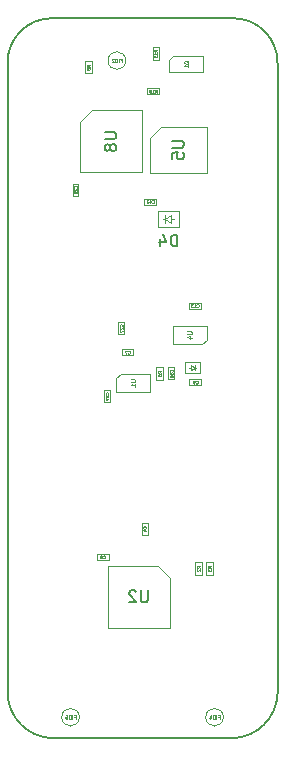
<source format=gbr>
G04 #@! TF.GenerationSoftware,KiCad,Pcbnew,(6.0.5)*
G04 #@! TF.CreationDate,2022-12-13T18:03:46-08:00*
G04 #@! TF.ProjectId,pico-ice,7069636f-2d69-4636-952e-6b696361645f,REV1*
G04 #@! TF.SameCoordinates,Original*
G04 #@! TF.FileFunction,AssemblyDrawing,Bot*
%FSLAX46Y46*%
G04 Gerber Fmt 4.6, Leading zero omitted, Abs format (unit mm)*
G04 Created by KiCad (PCBNEW (6.0.5)) date 2022-12-13 18:03:46*
%MOMM*%
%LPD*%
G01*
G04 APERTURE LIST*
%ADD10C,0.127000*%
%ADD11C,0.040000*%
%ADD12C,0.050000*%
%ADD13C,0.150000*%
%ADD14C,0.060000*%
%ADD15C,0.100000*%
G04 APERTURE END LIST*
D10*
X83820000Y-77470000D02*
X83820000Y-130810000D01*
X64770000Y-73660000D02*
X80010000Y-73660000D01*
X80010000Y-134620000D02*
G75*
G03*
X83820000Y-130810000I-109500J3919500D01*
G01*
X60960000Y-130810000D02*
X60960000Y-77470000D01*
X80010000Y-134620000D02*
X64770000Y-134620000D01*
X83820000Y-77470000D02*
G75*
G03*
X80010000Y-73660000I-3754300J55700D01*
G01*
X60960000Y-130810000D02*
G75*
G03*
X64770000Y-134620000I3919500J109500D01*
G01*
X64770000Y-73660000D02*
G75*
G03*
X60960000Y-77470000I-55700J-3754300D01*
G01*
D11*
X78171819Y-120198266D02*
X78048009Y-120111600D01*
X78171819Y-120049695D02*
X77911819Y-120049695D01*
X77911819Y-120148742D01*
X77924200Y-120173504D01*
X77936580Y-120185885D01*
X77961342Y-120198266D01*
X77998485Y-120198266D01*
X78023247Y-120185885D01*
X78035628Y-120173504D01*
X78048009Y-120148742D01*
X78048009Y-120049695D01*
X77911819Y-120284933D02*
X77911819Y-120445885D01*
X78010866Y-120359219D01*
X78010866Y-120396361D01*
X78023247Y-120421123D01*
X78035628Y-120433504D01*
X78060390Y-120445885D01*
X78122295Y-120445885D01*
X78147057Y-120433504D01*
X78159438Y-120421123D01*
X78171819Y-120396361D01*
X78171819Y-120322076D01*
X78159438Y-120297314D01*
X78147057Y-120284933D01*
X66800003Y-88010756D02*
X66811908Y-87998851D01*
X66823813Y-87963137D01*
X66823813Y-87939328D01*
X66811908Y-87903613D01*
X66788098Y-87879804D01*
X66764289Y-87867899D01*
X66716670Y-87855994D01*
X66680956Y-87855994D01*
X66633337Y-87867899D01*
X66609527Y-87879804D01*
X66585718Y-87903613D01*
X66573813Y-87939328D01*
X66573813Y-87963137D01*
X66585718Y-87998851D01*
X66597622Y-88010756D01*
X66597622Y-88105994D02*
X66585718Y-88117899D01*
X66573813Y-88141709D01*
X66573813Y-88201232D01*
X66585718Y-88225042D01*
X66597622Y-88236947D01*
X66621432Y-88248851D01*
X66645241Y-88248851D01*
X66680956Y-88236947D01*
X66823813Y-88094090D01*
X66823813Y-88248851D01*
X66573813Y-88463137D02*
X66573813Y-88415518D01*
X66585718Y-88391709D01*
X66597622Y-88379804D01*
X66633337Y-88355994D01*
X66680956Y-88344090D01*
X66776194Y-88344090D01*
X66800003Y-88355994D01*
X66811908Y-88367899D01*
X66823813Y-88391709D01*
X66823813Y-88439328D01*
X66811908Y-88463137D01*
X66800003Y-88475042D01*
X66776194Y-88486947D01*
X66716670Y-88486947D01*
X66692860Y-88475042D01*
X66680956Y-88463137D01*
X66669051Y-88439328D01*
X66669051Y-88391709D01*
X66680956Y-88367899D01*
X66692860Y-88355994D01*
X66716670Y-88344090D01*
D12*
X70537346Y-77228042D02*
X70637346Y-77228042D01*
X70637346Y-77385185D02*
X70637346Y-77085185D01*
X70494489Y-77085185D01*
X70380203Y-77385185D02*
X70380203Y-77085185D01*
X70237346Y-77385185D02*
X70237346Y-77085185D01*
X70165918Y-77085185D01*
X70123060Y-77099471D01*
X70094489Y-77128042D01*
X70080203Y-77156613D01*
X70065918Y-77213756D01*
X70065918Y-77256613D01*
X70080203Y-77313756D01*
X70094489Y-77342328D01*
X70123060Y-77370899D01*
X70165918Y-77385185D01*
X70237346Y-77385185D01*
X69951632Y-77113756D02*
X69937346Y-77099471D01*
X69908775Y-77085185D01*
X69837346Y-77085185D01*
X69808775Y-77099471D01*
X69794489Y-77113756D01*
X69780203Y-77142328D01*
X69780203Y-77170899D01*
X69794489Y-77213756D01*
X69965918Y-77385185D01*
X69780203Y-77385185D01*
D13*
X75337895Y-92980380D02*
X75337895Y-91980380D01*
X75099800Y-91980380D01*
X74956942Y-92028000D01*
X74861704Y-92123238D01*
X74814085Y-92218476D01*
X74766466Y-92408952D01*
X74766466Y-92551809D01*
X74814085Y-92742285D01*
X74861704Y-92837523D01*
X74956942Y-92932761D01*
X75099800Y-92980380D01*
X75337895Y-92980380D01*
X73909323Y-92313714D02*
X73909323Y-92980380D01*
X74147419Y-91932761D02*
X74385514Y-92647047D01*
X73766466Y-92647047D01*
D11*
X73456454Y-79957896D02*
X73543121Y-79834086D01*
X73605026Y-79957896D02*
X73605026Y-79697896D01*
X73505978Y-79697896D01*
X73481216Y-79710277D01*
X73468835Y-79722657D01*
X73456454Y-79747419D01*
X73456454Y-79784562D01*
X73468835Y-79809324D01*
X73481216Y-79821705D01*
X73505978Y-79834086D01*
X73605026Y-79834086D01*
X73208835Y-79957896D02*
X73357407Y-79957896D01*
X73283121Y-79957896D02*
X73283121Y-79697896D01*
X73307883Y-79735038D01*
X73332645Y-79759800D01*
X73357407Y-79772181D01*
X72973597Y-79697896D02*
X73097407Y-79697896D01*
X73109788Y-79821705D01*
X73097407Y-79809324D01*
X73072645Y-79796943D01*
X73010740Y-79796943D01*
X72985978Y-79809324D01*
X72973597Y-79821705D01*
X72961216Y-79846467D01*
X72961216Y-79908372D01*
X72973597Y-79933134D01*
X72985978Y-79945515D01*
X73010740Y-79957896D01*
X73072645Y-79957896D01*
X73097407Y-79945515D01*
X73109788Y-79933134D01*
X72657085Y-116849133D02*
X72668990Y-116837228D01*
X72680895Y-116801514D01*
X72680895Y-116777704D01*
X72668990Y-116741990D01*
X72645180Y-116718180D01*
X72621371Y-116706276D01*
X72573752Y-116694371D01*
X72538038Y-116694371D01*
X72490419Y-116706276D01*
X72466609Y-116718180D01*
X72442800Y-116741990D01*
X72430895Y-116777704D01*
X72430895Y-116801514D01*
X72442800Y-116837228D01*
X72454704Y-116849133D01*
X72514228Y-117063419D02*
X72680895Y-117063419D01*
X72418990Y-117003895D02*
X72597561Y-116944371D01*
X72597561Y-117099133D01*
X76902066Y-104584885D02*
X76913971Y-104596790D01*
X76949685Y-104608695D01*
X76973495Y-104608695D01*
X77009209Y-104596790D01*
X77033019Y-104572980D01*
X77044923Y-104549171D01*
X77056828Y-104501552D01*
X77056828Y-104465838D01*
X77044923Y-104418219D01*
X77033019Y-104394409D01*
X77009209Y-104370600D01*
X76973495Y-104358695D01*
X76949685Y-104358695D01*
X76913971Y-104370600D01*
X76902066Y-104382504D01*
X76783019Y-104608695D02*
X76735400Y-104608695D01*
X76711590Y-104596790D01*
X76699685Y-104584885D01*
X76675876Y-104549171D01*
X76663971Y-104501552D01*
X76663971Y-104406314D01*
X76675876Y-104382504D01*
X76687780Y-104370600D01*
X76711590Y-104358695D01*
X76759209Y-104358695D01*
X76783019Y-104370600D01*
X76794923Y-104382504D01*
X76806828Y-104406314D01*
X76806828Y-104465838D01*
X76794923Y-104489647D01*
X76783019Y-104501552D01*
X76759209Y-104513457D01*
X76711590Y-104513457D01*
X76687780Y-104501552D01*
X76675876Y-104489647D01*
X76663971Y-104465838D01*
X74917685Y-103572885D02*
X74929590Y-103560980D01*
X74941495Y-103525266D01*
X74941495Y-103501457D01*
X74929590Y-103465742D01*
X74905780Y-103441933D01*
X74881971Y-103430028D01*
X74834352Y-103418123D01*
X74798638Y-103418123D01*
X74751019Y-103430028D01*
X74727209Y-103441933D01*
X74703400Y-103465742D01*
X74691495Y-103501457D01*
X74691495Y-103525266D01*
X74703400Y-103560980D01*
X74715304Y-103572885D01*
X74691495Y-103656219D02*
X74691495Y-103810980D01*
X74786733Y-103727647D01*
X74786733Y-103763361D01*
X74798638Y-103787171D01*
X74810542Y-103799076D01*
X74834352Y-103810980D01*
X74893876Y-103810980D01*
X74917685Y-103799076D01*
X74929590Y-103787171D01*
X74941495Y-103763361D01*
X74941495Y-103691933D01*
X74929590Y-103668123D01*
X74917685Y-103656219D01*
X74691495Y-104025266D02*
X74691495Y-103977647D01*
X74703400Y-103953838D01*
X74715304Y-103941933D01*
X74751019Y-103918123D01*
X74798638Y-103906219D01*
X74893876Y-103906219D01*
X74917685Y-103918123D01*
X74929590Y-103930028D01*
X74941495Y-103953838D01*
X74941495Y-104001457D01*
X74929590Y-104025266D01*
X74917685Y-104037171D01*
X74893876Y-104049076D01*
X74834352Y-104049076D01*
X74810542Y-104037171D01*
X74798638Y-104025266D01*
X74786733Y-104001457D01*
X74786733Y-103953838D01*
X74798638Y-103930028D01*
X74810542Y-103918123D01*
X74834352Y-103906219D01*
X71161666Y-102044885D02*
X71173571Y-102056790D01*
X71209285Y-102068695D01*
X71233095Y-102068695D01*
X71268809Y-102056790D01*
X71292619Y-102032980D01*
X71304523Y-102009171D01*
X71316428Y-101961552D01*
X71316428Y-101925838D01*
X71304523Y-101878219D01*
X71292619Y-101854409D01*
X71268809Y-101830600D01*
X71233095Y-101818695D01*
X71209285Y-101818695D01*
X71173571Y-101830600D01*
X71161666Y-101842504D01*
X71078333Y-101818695D02*
X70911666Y-101818695D01*
X71018809Y-102068695D01*
D13*
X69175380Y-83312095D02*
X69984904Y-83312095D01*
X70080142Y-83359714D01*
X70127761Y-83407333D01*
X70175380Y-83502571D01*
X70175380Y-83693047D01*
X70127761Y-83788285D01*
X70080142Y-83835904D01*
X69984904Y-83883523D01*
X69175380Y-83883523D01*
X69603952Y-84502571D02*
X69556333Y-84407333D01*
X69508714Y-84359714D01*
X69413476Y-84312095D01*
X69365857Y-84312095D01*
X69270619Y-84359714D01*
X69223000Y-84407333D01*
X69175380Y-84502571D01*
X69175380Y-84693047D01*
X69223000Y-84788285D01*
X69270619Y-84835904D01*
X69365857Y-84883523D01*
X69413476Y-84883523D01*
X69508714Y-84835904D01*
X69556333Y-84788285D01*
X69603952Y-84693047D01*
X69603952Y-84502571D01*
X69651571Y-84407333D01*
X69699190Y-84359714D01*
X69794428Y-84312095D01*
X69984904Y-84312095D01*
X70080142Y-84359714D01*
X70127761Y-84407333D01*
X70175380Y-84502571D01*
X70175380Y-84693047D01*
X70127761Y-84788285D01*
X70080142Y-84835904D01*
X69984904Y-84883523D01*
X69794428Y-84883523D01*
X69699190Y-84835904D01*
X69651571Y-84788285D01*
X69603952Y-84693047D01*
X72821704Y-122108980D02*
X72821704Y-122918504D01*
X72774085Y-123013742D01*
X72726466Y-123061361D01*
X72631228Y-123108980D01*
X72440752Y-123108980D01*
X72345514Y-123061361D01*
X72297895Y-123013742D01*
X72250276Y-122918504D01*
X72250276Y-122108980D01*
X71821704Y-122204219D02*
X71774085Y-122156600D01*
X71678847Y-122108980D01*
X71440752Y-122108980D01*
X71345514Y-122156600D01*
X71297895Y-122204219D01*
X71250276Y-122299457D01*
X71250276Y-122394695D01*
X71297895Y-122537552D01*
X71869323Y-123108980D01*
X71250276Y-123108980D01*
D11*
X73211114Y-89294085D02*
X73223019Y-89305990D01*
X73258733Y-89317895D01*
X73282542Y-89317895D01*
X73318257Y-89305990D01*
X73342066Y-89282180D01*
X73353971Y-89258371D01*
X73365876Y-89210752D01*
X73365876Y-89175038D01*
X73353971Y-89127419D01*
X73342066Y-89103609D01*
X73318257Y-89079800D01*
X73282542Y-89067895D01*
X73258733Y-89067895D01*
X73223019Y-89079800D01*
X73211114Y-89091704D01*
X72996828Y-89151228D02*
X72996828Y-89317895D01*
X73056352Y-89055990D02*
X73115876Y-89234561D01*
X72961114Y-89234561D01*
X72877780Y-89091704D02*
X72865876Y-89079800D01*
X72842066Y-89067895D01*
X72782542Y-89067895D01*
X72758733Y-89079800D01*
X72746828Y-89091704D01*
X72734923Y-89115514D01*
X72734923Y-89139323D01*
X72746828Y-89175038D01*
X72889685Y-89317895D01*
X72734923Y-89317895D01*
X70675885Y-99737485D02*
X70687790Y-99725580D01*
X70699695Y-99689866D01*
X70699695Y-99666057D01*
X70687790Y-99630342D01*
X70663980Y-99606533D01*
X70640171Y-99594628D01*
X70592552Y-99582723D01*
X70556838Y-99582723D01*
X70509219Y-99594628D01*
X70485409Y-99606533D01*
X70461600Y-99630342D01*
X70449695Y-99666057D01*
X70449695Y-99689866D01*
X70461600Y-99725580D01*
X70473504Y-99737485D01*
X70473504Y-99832723D02*
X70461600Y-99844628D01*
X70449695Y-99868438D01*
X70449695Y-99927961D01*
X70461600Y-99951771D01*
X70473504Y-99963676D01*
X70497314Y-99975580D01*
X70521123Y-99975580D01*
X70556838Y-99963676D01*
X70699695Y-99820819D01*
X70699695Y-99975580D01*
X70449695Y-100058914D02*
X70449695Y-100225580D01*
X70699695Y-100118438D01*
X76995714Y-98082485D02*
X77007619Y-98094390D01*
X77043333Y-98106295D01*
X77067142Y-98106295D01*
X77102857Y-98094390D01*
X77126666Y-98070580D01*
X77138571Y-98046771D01*
X77150476Y-97999152D01*
X77150476Y-97963438D01*
X77138571Y-97915819D01*
X77126666Y-97892009D01*
X77102857Y-97868200D01*
X77067142Y-97856295D01*
X77043333Y-97856295D01*
X77007619Y-97868200D01*
X76995714Y-97880104D01*
X76757619Y-98106295D02*
X76900476Y-98106295D01*
X76829047Y-98106295D02*
X76829047Y-97856295D01*
X76852857Y-97892009D01*
X76876666Y-97915819D01*
X76900476Y-97927723D01*
X76674285Y-97856295D02*
X76519523Y-97856295D01*
X76602857Y-97951533D01*
X76567142Y-97951533D01*
X76543333Y-97963438D01*
X76531428Y-97975342D01*
X76519523Y-97999152D01*
X76519523Y-98058676D01*
X76531428Y-98082485D01*
X76543333Y-98094390D01*
X76567142Y-98106295D01*
X76638571Y-98106295D01*
X76662380Y-98094390D01*
X76674285Y-98082485D01*
D13*
X74901333Y-84048333D02*
X75694666Y-84048333D01*
X75788000Y-84095000D01*
X75834666Y-84141666D01*
X75881333Y-84235000D01*
X75881333Y-84421666D01*
X75834666Y-84515000D01*
X75788000Y-84561666D01*
X75694666Y-84608333D01*
X74901333Y-84608333D01*
X74901333Y-85541666D02*
X74901333Y-85075000D01*
X75368000Y-85028333D01*
X75321333Y-85075000D01*
X75274666Y-85168333D01*
X75274666Y-85401666D01*
X75321333Y-85495000D01*
X75368000Y-85541666D01*
X75461333Y-85588333D01*
X75694666Y-85588333D01*
X75788000Y-85541666D01*
X75834666Y-85495000D01*
X75881333Y-85401666D01*
X75881333Y-85168333D01*
X75834666Y-85075000D01*
X75788000Y-85028333D01*
D11*
X67935619Y-77756866D02*
X67811809Y-77670200D01*
X67935619Y-77608295D02*
X67675619Y-77608295D01*
X67675619Y-77707342D01*
X67688000Y-77732104D01*
X67700380Y-77744485D01*
X67725142Y-77756866D01*
X67762285Y-77756866D01*
X67787047Y-77744485D01*
X67799428Y-77732104D01*
X67811809Y-77707342D01*
X67811809Y-77608295D01*
X67787047Y-77905438D02*
X67774666Y-77880676D01*
X67762285Y-77868295D01*
X67737523Y-77855914D01*
X67725142Y-77855914D01*
X67700380Y-77868295D01*
X67688000Y-77880676D01*
X67675619Y-77905438D01*
X67675619Y-77954961D01*
X67688000Y-77979723D01*
X67700380Y-77992104D01*
X67725142Y-78004485D01*
X67737523Y-78004485D01*
X67762285Y-77992104D01*
X67774666Y-77979723D01*
X67787047Y-77954961D01*
X67787047Y-77905438D01*
X67799428Y-77880676D01*
X67811809Y-77868295D01*
X67836571Y-77855914D01*
X67886095Y-77855914D01*
X67910857Y-77868295D01*
X67923238Y-77880676D01*
X67935619Y-77905438D01*
X67935619Y-77954961D01*
X67923238Y-77979723D01*
X67910857Y-77992104D01*
X67886095Y-78004485D01*
X67836571Y-78004485D01*
X67811809Y-77992104D01*
X67799428Y-77979723D01*
X67787047Y-77954961D01*
D12*
X66615428Y-132820571D02*
X66715428Y-132820571D01*
X66715428Y-132977714D02*
X66715428Y-132677714D01*
X66572571Y-132677714D01*
X66458285Y-132977714D02*
X66458285Y-132677714D01*
X66315428Y-132977714D02*
X66315428Y-132677714D01*
X66244000Y-132677714D01*
X66201142Y-132692000D01*
X66172571Y-132720571D01*
X66158285Y-132749142D01*
X66144000Y-132806285D01*
X66144000Y-132849142D01*
X66158285Y-132906285D01*
X66172571Y-132934857D01*
X66201142Y-132963428D01*
X66244000Y-132977714D01*
X66315428Y-132977714D01*
X65886857Y-132677714D02*
X65944000Y-132677714D01*
X65972571Y-132692000D01*
X65986857Y-132706285D01*
X66015428Y-132749142D01*
X66029714Y-132806285D01*
X66029714Y-132920571D01*
X66015428Y-132949142D01*
X66001142Y-132963428D01*
X65972571Y-132977714D01*
X65915428Y-132977714D01*
X65886857Y-132963428D01*
X65872571Y-132949142D01*
X65858285Y-132920571D01*
X65858285Y-132849142D01*
X65872571Y-132820571D01*
X65886857Y-132806285D01*
X65915428Y-132792000D01*
X65972571Y-132792000D01*
X66001142Y-132806285D01*
X66015428Y-132820571D01*
X66029714Y-132849142D01*
D14*
X76158752Y-100177638D02*
X76482561Y-100177638D01*
X76520657Y-100196685D01*
X76539704Y-100215733D01*
X76558752Y-100253828D01*
X76558752Y-100330019D01*
X76539704Y-100368114D01*
X76520657Y-100387161D01*
X76482561Y-100406209D01*
X76158752Y-100406209D01*
X76292085Y-100768114D02*
X76558752Y-100768114D01*
X76139704Y-100672876D02*
X76425419Y-100577638D01*
X76425419Y-100825257D01*
D12*
X78807428Y-132820571D02*
X78907428Y-132820571D01*
X78907428Y-132977714D02*
X78907428Y-132677714D01*
X78764571Y-132677714D01*
X78650285Y-132977714D02*
X78650285Y-132677714D01*
X78507428Y-132977714D02*
X78507428Y-132677714D01*
X78436000Y-132677714D01*
X78393142Y-132692000D01*
X78364571Y-132720571D01*
X78350285Y-132749142D01*
X78336000Y-132806285D01*
X78336000Y-132849142D01*
X78350285Y-132906285D01*
X78364571Y-132934857D01*
X78393142Y-132963428D01*
X78436000Y-132977714D01*
X78507428Y-132977714D01*
X78078857Y-132777714D02*
X78078857Y-132977714D01*
X78150285Y-132663428D02*
X78221714Y-132877714D01*
X78036000Y-132877714D01*
D11*
X73955419Y-103690266D02*
X73831609Y-103603600D01*
X73955419Y-103541695D02*
X73695419Y-103541695D01*
X73695419Y-103640742D01*
X73707800Y-103665504D01*
X73720180Y-103677885D01*
X73744942Y-103690266D01*
X73782085Y-103690266D01*
X73806847Y-103677885D01*
X73819228Y-103665504D01*
X73831609Y-103640742D01*
X73831609Y-103541695D01*
X73695419Y-103913123D02*
X73695419Y-103863600D01*
X73707800Y-103838838D01*
X73720180Y-103826457D01*
X73757323Y-103801695D01*
X73806847Y-103789314D01*
X73905895Y-103789314D01*
X73930657Y-103801695D01*
X73943038Y-103814076D01*
X73955419Y-103838838D01*
X73955419Y-103888361D01*
X73943038Y-103913123D01*
X73930657Y-103925504D01*
X73905895Y-103937885D01*
X73843990Y-103937885D01*
X73819228Y-103925504D01*
X73806847Y-103913123D01*
X73794466Y-103888361D01*
X73794466Y-103838838D01*
X73806847Y-103814076D01*
X73819228Y-103801695D01*
X73843990Y-103789314D01*
X77257419Y-120200266D02*
X77133609Y-120113600D01*
X77257419Y-120051695D02*
X76997419Y-120051695D01*
X76997419Y-120150742D01*
X77009800Y-120175504D01*
X77022180Y-120187885D01*
X77046942Y-120200266D01*
X77084085Y-120200266D01*
X77108847Y-120187885D01*
X77121228Y-120175504D01*
X77133609Y-120150742D01*
X77133609Y-120051695D01*
X77022180Y-120299314D02*
X77009800Y-120311695D01*
X76997419Y-120336457D01*
X76997419Y-120398361D01*
X77009800Y-120423123D01*
X77022180Y-120435504D01*
X77046942Y-120447885D01*
X77071704Y-120447885D01*
X77108847Y-120435504D01*
X77257419Y-120286933D01*
X77257419Y-120447885D01*
X69053466Y-119367685D02*
X69065371Y-119379590D01*
X69101085Y-119391495D01*
X69124895Y-119391495D01*
X69160609Y-119379590D01*
X69184419Y-119355780D01*
X69196323Y-119331971D01*
X69208228Y-119284352D01*
X69208228Y-119248638D01*
X69196323Y-119201019D01*
X69184419Y-119177209D01*
X69160609Y-119153400D01*
X69124895Y-119141495D01*
X69101085Y-119141495D01*
X69065371Y-119153400D01*
X69053466Y-119165304D01*
X68910609Y-119248638D02*
X68934419Y-119236733D01*
X68946323Y-119224828D01*
X68958228Y-119201019D01*
X68958228Y-119189114D01*
X68946323Y-119165304D01*
X68934419Y-119153400D01*
X68910609Y-119141495D01*
X68862990Y-119141495D01*
X68839180Y-119153400D01*
X68827276Y-119165304D01*
X68815371Y-119189114D01*
X68815371Y-119201019D01*
X68827276Y-119224828D01*
X68839180Y-119236733D01*
X68862990Y-119248638D01*
X68910609Y-119248638D01*
X68934419Y-119260542D01*
X68946323Y-119272447D01*
X68958228Y-119296257D01*
X68958228Y-119343876D01*
X68946323Y-119367685D01*
X68934419Y-119379590D01*
X68910609Y-119391495D01*
X68862990Y-119391495D01*
X68839180Y-119379590D01*
X68827276Y-119367685D01*
X68815371Y-119343876D01*
X68815371Y-119296257D01*
X68827276Y-119272447D01*
X68839180Y-119260542D01*
X68862990Y-119248638D01*
D12*
X76273638Y-77515723D02*
X76258400Y-77485247D01*
X76227923Y-77454771D01*
X76182209Y-77409057D01*
X76166971Y-77378580D01*
X76166971Y-77348104D01*
X76243161Y-77363342D02*
X76227923Y-77332866D01*
X76197447Y-77302390D01*
X76136495Y-77287152D01*
X76029828Y-77287152D01*
X75968876Y-77302390D01*
X75938400Y-77332866D01*
X75923161Y-77363342D01*
X75923161Y-77424295D01*
X75938400Y-77454771D01*
X75968876Y-77485247D01*
X76029828Y-77500485D01*
X76136495Y-77500485D01*
X76197447Y-77485247D01*
X76227923Y-77454771D01*
X76243161Y-77424295D01*
X76243161Y-77363342D01*
X76243161Y-77805247D02*
X76243161Y-77622390D01*
X76243161Y-77713819D02*
X75923161Y-77713819D01*
X75968876Y-77683342D01*
X75999352Y-77652866D01*
X76014590Y-77622390D01*
D14*
X71383552Y-104241638D02*
X71707361Y-104241638D01*
X71745457Y-104260685D01*
X71764504Y-104279733D01*
X71783552Y-104317828D01*
X71783552Y-104394019D01*
X71764504Y-104432114D01*
X71745457Y-104451161D01*
X71707361Y-104470209D01*
X71383552Y-104470209D01*
X71783552Y-104870209D02*
X71783552Y-104641638D01*
X71783552Y-104755923D02*
X71383552Y-104755923D01*
X71440695Y-104717828D01*
X71478790Y-104679733D01*
X71497838Y-104641638D01*
D11*
X69482085Y-105503285D02*
X69493990Y-105491380D01*
X69505895Y-105455666D01*
X69505895Y-105431857D01*
X69493990Y-105396142D01*
X69470180Y-105372333D01*
X69446371Y-105360428D01*
X69398752Y-105348523D01*
X69363038Y-105348523D01*
X69315419Y-105360428D01*
X69291609Y-105372333D01*
X69267800Y-105396142D01*
X69255895Y-105431857D01*
X69255895Y-105455666D01*
X69267800Y-105491380D01*
X69279704Y-105503285D01*
X69255895Y-105586619D02*
X69255895Y-105741380D01*
X69351133Y-105658047D01*
X69351133Y-105693761D01*
X69363038Y-105717571D01*
X69374942Y-105729476D01*
X69398752Y-105741380D01*
X69458276Y-105741380D01*
X69482085Y-105729476D01*
X69493990Y-105717571D01*
X69505895Y-105693761D01*
X69505895Y-105622333D01*
X69493990Y-105598523D01*
X69482085Y-105586619D01*
X69255895Y-105824714D02*
X69255895Y-105991380D01*
X69505895Y-105884238D01*
X73625219Y-76490057D02*
X73501409Y-76403390D01*
X73625219Y-76341485D02*
X73365219Y-76341485D01*
X73365219Y-76440533D01*
X73377600Y-76465295D01*
X73389980Y-76477676D01*
X73414742Y-76490057D01*
X73451885Y-76490057D01*
X73476647Y-76477676D01*
X73489028Y-76465295D01*
X73501409Y-76440533D01*
X73501409Y-76341485D01*
X73625219Y-76737676D02*
X73625219Y-76589104D01*
X73625219Y-76663390D02*
X73365219Y-76663390D01*
X73402361Y-76638628D01*
X73427123Y-76613866D01*
X73439504Y-76589104D01*
X73365219Y-76824342D02*
X73365219Y-76985295D01*
X73464266Y-76898628D01*
X73464266Y-76935771D01*
X73476647Y-76960533D01*
X73489028Y-76972914D01*
X73513790Y-76985295D01*
X73575695Y-76985295D01*
X73600457Y-76972914D01*
X73612838Y-76960533D01*
X73625219Y-76935771D01*
X73625219Y-76861485D01*
X73612838Y-76836723D01*
X73600457Y-76824342D01*
D15*
X78324200Y-120766600D02*
X78324200Y-119716600D01*
X78324200Y-119716600D02*
X77784200Y-119716600D01*
X77784200Y-119716600D02*
X77784200Y-120766600D01*
X77784200Y-120766600D02*
X78324200Y-120766600D01*
X66960718Y-88671471D02*
X66960718Y-87671471D01*
X66960718Y-87671471D02*
X66460718Y-87671471D01*
X66460718Y-87671471D02*
X66460718Y-88671471D01*
X66460718Y-88671471D02*
X66960718Y-88671471D01*
X70965918Y-77249471D02*
G75*
G03*
X70965918Y-77249471I-750000J0D01*
G01*
X74299800Y-91028000D02*
X74299800Y-90328000D01*
X74799800Y-90678000D02*
X75049800Y-90678000D01*
X75499800Y-91378000D02*
X75499800Y-89978000D01*
X74299800Y-90678000D02*
X74799800Y-91028000D01*
X74799800Y-91028000D02*
X74799800Y-90328000D01*
X74299800Y-90678000D02*
X74099800Y-90678000D01*
X73699800Y-91378000D02*
X75499800Y-91378000D01*
X73699800Y-89978000D02*
X73699800Y-91378000D01*
X74799800Y-90328000D02*
X74299800Y-90678000D01*
X75499800Y-89978000D02*
X73699800Y-89978000D01*
X73814312Y-80110277D02*
X73814312Y-79570277D01*
X72764312Y-79570277D02*
X72764312Y-80110277D01*
X73814312Y-79570277D02*
X72764312Y-79570277D01*
X72764312Y-80110277D02*
X73814312Y-80110277D01*
X72817800Y-116390800D02*
X72317800Y-116390800D01*
X72317800Y-117390800D02*
X72817800Y-117390800D01*
X72317800Y-116390800D02*
X72317800Y-117390800D01*
X72817800Y-117390800D02*
X72817800Y-116390800D01*
X77360400Y-104245600D02*
X76360400Y-104245600D01*
X76360400Y-104245600D02*
X76360400Y-104745600D01*
X77360400Y-104745600D02*
X77360400Y-104245600D01*
X76360400Y-104745600D02*
X77360400Y-104745600D01*
X75078400Y-103233600D02*
X74578400Y-103233600D01*
X74578400Y-103233600D02*
X74578400Y-104233600D01*
X75078400Y-104233600D02*
X75078400Y-103233600D01*
X74578400Y-104233600D02*
X75078400Y-104233600D01*
X70620000Y-101705600D02*
X70620000Y-102205600D01*
X70620000Y-102205600D02*
X71620000Y-102205600D01*
X71620000Y-101705600D02*
X70620000Y-101705600D01*
X71620000Y-102205600D02*
X71620000Y-101705600D01*
X67108000Y-86689000D02*
X72338000Y-86689000D01*
X68108000Y-81459000D02*
X67108000Y-82459000D01*
X72338000Y-86689000D02*
X72338000Y-81459000D01*
X72338000Y-81459000D02*
X68108000Y-81459000D01*
X67108000Y-82459000D02*
X67108000Y-86689000D01*
X69444800Y-125271600D02*
X74674800Y-125271600D01*
X73674800Y-120041600D02*
X69444800Y-120041600D01*
X74674800Y-121041600D02*
X73674800Y-120041600D01*
X74674800Y-125271600D02*
X74674800Y-121041600D01*
X69444800Y-120041600D02*
X69444800Y-125271600D01*
X73550400Y-88954800D02*
X72550400Y-88954800D01*
X73550400Y-89454800D02*
X73550400Y-88954800D01*
X72550400Y-88954800D02*
X72550400Y-89454800D01*
X72550400Y-89454800D02*
X73550400Y-89454800D01*
X70836600Y-99398200D02*
X70336600Y-99398200D01*
X70836600Y-100398200D02*
X70836600Y-99398200D01*
X70336600Y-100398200D02*
X70836600Y-100398200D01*
X70336600Y-99398200D02*
X70336600Y-100398200D01*
X77335000Y-98243200D02*
X77335000Y-97743200D01*
X76335000Y-98243200D02*
X77335000Y-98243200D01*
X76335000Y-97743200D02*
X76335000Y-98243200D01*
X77335000Y-97743200D02*
X76335000Y-97743200D01*
X72988000Y-86745000D02*
X77888000Y-86745000D01*
X77888000Y-82845000D02*
X73963000Y-82845000D01*
X77888000Y-86745000D02*
X77888000Y-82845000D01*
X72988000Y-83820000D02*
X72988000Y-86745000D01*
X73963000Y-82845000D02*
X72988000Y-83820000D01*
X68088000Y-77275200D02*
X67548000Y-77275200D01*
X67548000Y-77275200D02*
X67548000Y-78325200D01*
X67548000Y-78325200D02*
X68088000Y-78325200D01*
X68088000Y-78325200D02*
X68088000Y-77275200D01*
X67044000Y-132842000D02*
G75*
G03*
X67044000Y-132842000I-750000J0D01*
G01*
X77827800Y-100882400D02*
X77827800Y-99682400D01*
X74927800Y-101282400D02*
X77427800Y-101282400D01*
X77827800Y-99682400D02*
X74927800Y-99682400D01*
X74927800Y-99682400D02*
X74927800Y-101282400D01*
X77427800Y-101282400D02*
X77827800Y-100882400D01*
X79236000Y-132842000D02*
G75*
G03*
X79236000Y-132842000I-750000J0D01*
G01*
X74107800Y-103208600D02*
X73567800Y-103208600D01*
X74107800Y-104258600D02*
X74107800Y-103208600D01*
X73567800Y-103208600D02*
X73567800Y-104258600D01*
X73567800Y-104258600D02*
X74107800Y-104258600D01*
X77409800Y-120768600D02*
X77409800Y-119718600D01*
X76869800Y-120768600D02*
X77409800Y-120768600D01*
X77409800Y-119718600D02*
X76869800Y-119718600D01*
X76869800Y-119718600D02*
X76869800Y-120768600D01*
X68511800Y-119028400D02*
X68511800Y-119528400D01*
X68511800Y-119528400D02*
X69511800Y-119528400D01*
X69511800Y-119528400D02*
X69511800Y-119028400D01*
X69511800Y-119028400D02*
X68511800Y-119028400D01*
X75956400Y-102801000D02*
X75956400Y-103701000D01*
X75956400Y-103701000D02*
X77256400Y-103701000D01*
X76506400Y-103251000D02*
X76356400Y-103251000D01*
X76806400Y-103251000D02*
X76956400Y-103251000D01*
X76806400Y-103251000D02*
X76506400Y-103451000D01*
X77256400Y-102801000D02*
X75956400Y-102801000D01*
X76506400Y-103051000D02*
X76806400Y-103251000D01*
X77256400Y-103701000D02*
X77256400Y-102801000D01*
X76806400Y-103451000D02*
X76806400Y-103051000D01*
X76506400Y-103451000D02*
X76506400Y-103051000D01*
X77548400Y-76896200D02*
X74973400Y-76896200D01*
X74648400Y-78196200D02*
X77548400Y-78196200D01*
X77548400Y-78196200D02*
X77548400Y-76896200D01*
X74973400Y-76896200D02*
X74648400Y-77221200D01*
X74648400Y-77221200D02*
X74648400Y-78196200D01*
X70152600Y-105346400D02*
X73052600Y-105346400D01*
X73052600Y-105346400D02*
X73052600Y-103746400D01*
X70152600Y-104146400D02*
X70152600Y-105346400D01*
X70552600Y-103746400D02*
X70152600Y-104146400D01*
X73052600Y-103746400D02*
X70552600Y-103746400D01*
X69142800Y-105164000D02*
X69142800Y-106164000D01*
X69142800Y-106164000D02*
X69642800Y-106164000D01*
X69642800Y-105164000D02*
X69142800Y-105164000D01*
X69642800Y-106164000D02*
X69642800Y-105164000D01*
X73777600Y-76132200D02*
X73237600Y-76132200D01*
X73777600Y-77182200D02*
X73777600Y-76132200D01*
X73237600Y-77182200D02*
X73777600Y-77182200D01*
X73237600Y-76132200D02*
X73237600Y-77182200D01*
M02*

</source>
